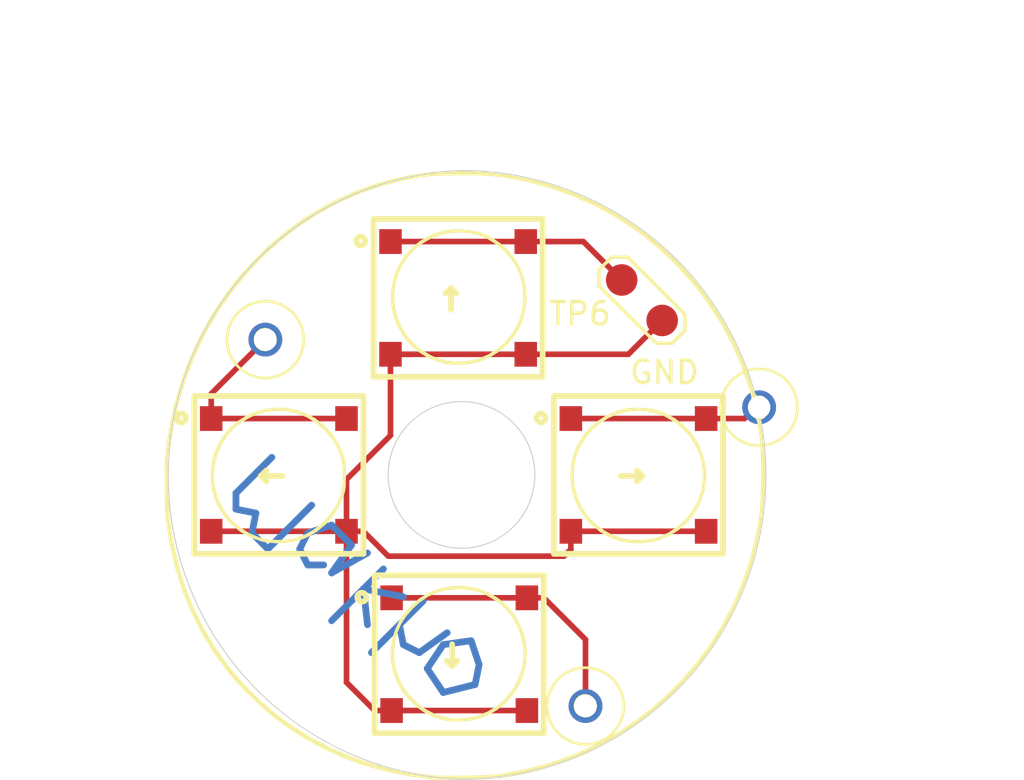
<source format=kicad_pcb>
(kicad_pcb (version 20171130) (host pcbnew "(5.1.5)-2")

  (general
    (thickness 1.6)
    (drawings 5)
    (tracks 36)
    (zones 0)
    (modules 10)
    (nets 1)
  )

  (page A4)
  (layers
    (0 F.Cu signal)
    (31 B.Cu signal)
    (32 B.Adhes user)
    (33 F.Adhes user)
    (34 B.Paste user)
    (35 F.Paste user)
    (36 B.SilkS user)
    (37 F.SilkS user)
    (38 B.Mask user)
    (39 F.Mask user)
    (40 Dwgs.User user)
    (41 Cmts.User user)
    (42 Eco1.User user)
    (43 Eco2.User user)
    (44 Edge.Cuts user)
    (45 Margin user)
    (46 B.CrtYd user)
    (47 F.CrtYd user)
    (48 B.Fab user)
    (49 F.Fab user)
  )

  (setup
    (last_trace_width 0.25)
    (trace_clearance 0.2)
    (zone_clearance 0.508)
    (zone_45_only no)
    (trace_min 0.2)
    (via_size 0.8)
    (via_drill 0.4)
    (via_min_size 0.4)
    (via_min_drill 0.3)
    (uvia_size 0.3)
    (uvia_drill 0.1)
    (uvias_allowed no)
    (uvia_min_size 0.2)
    (uvia_min_drill 0.1)
    (edge_width 0.05)
    (segment_width 0.2)
    (pcb_text_width 0.3)
    (pcb_text_size 1.5 1.5)
    (mod_edge_width 0.12)
    (mod_text_size 1 1)
    (mod_text_width 0.15)
    (pad_size 1.4 1.4)
    (pad_drill 0)
    (pad_to_mask_clearance 0.051)
    (solder_mask_min_width 0.25)
    (aux_axis_origin 0 0)
    (visible_elements 7FFFFFFF)
    (pcbplotparams
      (layerselection 0x010f0_ffffffff)
      (usegerberextensions true)
      (usegerberattributes false)
      (usegerberadvancedattributes false)
      (creategerberjobfile false)
      (excludeedgelayer true)
      (linewidth 0.150000)
      (plotframeref false)
      (viasonmask false)
      (mode 1)
      (useauxorigin false)
      (hpglpennumber 1)
      (hpglpenspeed 20)
      (hpglpendiameter 15.000000)
      (psnegative false)
      (psa4output false)
      (plotreference true)
      (plotvalue true)
      (plotinvisibletext false)
      (padsonsilk false)
      (subtractmaskfromsilk false)
      (outputformat 1)
      (mirror false)
      (drillshape 0)
      (scaleselection 1)
      (outputdirectory "gerbers/"))
  )

  (net 0 "")

  (net_class Default "This is the default net class."
    (clearance 0.2)
    (trace_width 0.25)
    (via_dia 0.8)
    (via_drill 0.4)
    (uvia_dia 0.3)
    (uvia_drill 0.1)
  )

  (module misc_footprints:makho (layer B.Cu) (tedit 5CEA0DD7) (tstamp 5E290EAE)
    (at 147.55 92.95 315)
    (fp_text reference REF** (at -3 -4 135) (layer B.SilkS) hide
      (effects (font (size 1 1) (thickness 0.15)) (justify mirror))
    )
    (fp_text value makho (at 0 3.25 135) (layer B.Fab)
      (effects (font (size 1 1) (thickness 0.15)) (justify mirror))
    )
    (fp_line (start 7 -0.5) (end 6.25 0.75) (layer B.Cu) (width 0.3))
    (fp_line (start 6.5 -1.25) (end 7 -0.5) (layer B.Cu) (width 0.3))
    (fp_line (start 5.5 -1.75) (end 6.5 -1.25) (layer B.Cu) (width 0.3))
    (fp_line (start 4.75 -0.75) (end 5.5 -1.75) (layer B.Cu) (width 0.3))
    (fp_line (start 5 0.5) (end 4.75 -0.75) (layer B.Cu) (width 0.3))
    (fp_line (start 6.25 0.75) (end 5 0.5) (layer B.Cu) (width 0.3))
    (fp_line (start 4.25 0.25) (end 4.5 -1.25) (layer B.Cu) (width 0.3))
    (fp_line (start 3.5 0.5) (end 4.25 0.25) (layer B.Cu) (width 0.3))
    (fp_line (start 2.75 0) (end 3.5 0.5) (layer B.Cu) (width 0.3))
    (fp_line (start 2.75 1.75) (end 2.75 -1.5) (layer B.Cu) (width 0.3))
    (fp_line (start 0.5 0) (end 2 -1) (layer B.Cu) (width 0.3))
    (fp_line (start 1.75 1) (end 0.5 0) (layer B.Cu) (width 0.3))
    (fp_line (start 0.5 2) (end 0.5 -1.25) (layer B.Cu) (width 0.3))
    (fp_line (start -1 0.5) (end -0.5 -1.25) (layer B.Cu) (width 0.3))
    (fp_line (start -1.25 -1) (end -1 0.5) (layer B.Cu) (width 0.3))
    (fp_line (start -2.5 -1) (end -1.25 -1) (layer B.Cu) (width 0.3))
    (fp_line (start -3 0) (end -2.5 -1) (layer B.Cu) (width 0.3))
    (fp_line (start -2.75 0.75) (end -3 0) (layer B.Cu) (width 0.3))
    (fp_line (start -2 1) (end -2.75 0.75) (layer B.Cu) (width 0.3))
    (fp_line (start -1.5 0.5) (end -2 1) (layer B.Cu) (width 0.3))
    (fp_line (start -3.75 1.75) (end -3.75 -1) (layer B.Cu) (width 0.3))
    (fp_line (start -4.75 1.75) (end -3.75 1.75) (layer B.Cu) (width 0.3))
    (fp_line (start -5.25 1) (end -4.75 1.75) (layer B.Cu) (width 0.3))
    (fp_line (start -6 1.5) (end -5.25 1) (layer B.Cu) (width 0.3))
    (fp_line (start -6.5 1) (end -6 1.5) (layer B.Cu) (width 0.3))
    (fp_line (start -6.5 -1.25) (end -6.5 1) (layer B.Cu) (width 0.3))
    (fp_line (start -7.5 -2.5) (end 7.5 -2.5) (layer Dwgs.User) (width 0.15))
    (fp_line (start 7.5 -2.5) (end 7.5 2.5) (layer Dwgs.User) (width 0.15))
    (fp_line (start -7.5 2.5) (end 7.5 2.5) (layer Dwgs.User) (width 0.15))
    (fp_line (start -7.5 2.5) (end -7.5 -2.5) (layer Dwgs.User) (width 0.15))
  )

  (module TestPoint:TestPoint_2Pads_Pitch2.54mm_Drill0.8mm (layer F.Cu) (tedit 5E290C39) (tstamp 5E2961D2)
    (at 161.15 81.4 135)
    (descr "Test point with 2 pins, pitch 2.54mm, drill diameter 0.8mm")
    (tags "CONN DEV")
    (attr virtual)
    (fp_text reference REF** (at 1.3 -2 135) (layer F.SilkS) hide
      (effects (font (size 1 1) (thickness 0.15)))
    )
    (fp_text value TestPoint_2Pads_Pitch2.54mm_Drill0.8mm (at 1.27 2 135) (layer F.Fab)
      (effects (font (size 1 1) (thickness 0.15)))
    )
    (fp_line (start -1.03 -0.4) (end -0.53 -0.9) (layer F.SilkS) (width 0.15))
    (fp_line (start -1.03 0.4) (end -1.03 -0.4) (layer F.SilkS) (width 0.15))
    (fp_line (start -0.53 0.9) (end -1.03 0.4) (layer F.SilkS) (width 0.15))
    (fp_line (start 3.07 0.9) (end -0.53 0.9) (layer F.SilkS) (width 0.15))
    (fp_line (start 3.57 0.4) (end 3.07 0.9) (layer F.SilkS) (width 0.15))
    (fp_line (start 3.57 -0.4) (end 3.57 0.4) (layer F.SilkS) (width 0.15))
    (fp_line (start 3.07 -0.9) (end 3.57 -0.4) (layer F.SilkS) (width 0.15))
    (fp_line (start -0.53 -0.9) (end 3.07 -0.9) (layer F.SilkS) (width 0.15))
    (fp_line (start -1.3 0.5) (end -0.65 1.15) (layer F.CrtYd) (width 0.05))
    (fp_line (start -1.3 -0.5) (end -1.3 0.5) (layer F.CrtYd) (width 0.05))
    (fp_line (start -0.65 -1.15) (end -1.3 -0.5) (layer F.CrtYd) (width 0.05))
    (fp_line (start 3.15 -1.15) (end -0.65 -1.15) (layer F.CrtYd) (width 0.05))
    (fp_line (start 3.8 -0.5) (end 3.15 -1.15) (layer F.CrtYd) (width 0.05))
    (fp_line (start 3.8 0.5) (end 3.8 -0.5) (layer F.CrtYd) (width 0.05))
    (fp_line (start 3.15 1.15) (end 3.8 0.5) (layer F.CrtYd) (width 0.05))
    (fp_line (start -0.65 1.15) (end 3.15 1.15) (layer F.CrtYd) (width 0.05))
    (fp_text user %R (at 1.3 -2 135) (layer F.Fab)
      (effects (font (size 1 1) (thickness 0.15)))
    )
    (pad 2 smd circle (at 2.54 0 135) (size 1.4 1.4) (layers F.Cu F.Paste F.Mask))
    (pad 1 smd circle (at 0 0 135) (size 1.4 1.4) (layers F.Cu F.Paste F.Mask))
  )

  (module misc_footprints:GBA_SP_Buttons (layer F.Cu) (tedit 5E290997) (tstamp 5E295FC3)
    (at 152.15 96.2)
    (descr SKRR)
    (tags Switch)
    (attr smd)
    (fp_text reference ↓ (at -0.315 -0.046) (layer F.SilkS)
      (effects (font (size 1.27 1.27) (thickness 0.254)))
    )
    (fp_text value GBA_SP_Buttons (at -0.315 -0.046) (layer F.SilkS) hide
      (effects (font (size 1.27 1.27) (thickness 0.254)))
    )
    (fp_circle (center -4.321 -2.524) (end -4.321 -2.45095) (layer F.SilkS) (width 0.254))
    (fp_line (start 3.75 -3.5) (end -3.75 -3.5) (layer F.SilkS) (width 0.254))
    (fp_line (start 3.75 3.5) (end 3.75 -3.5) (layer F.SilkS) (width 0.254))
    (fp_line (start -3.75 3.5) (end 3.75 3.5) (layer F.SilkS) (width 0.254))
    (fp_line (start -3.75 -3.5) (end -3.75 3.5) (layer F.SilkS) (width 0.254))
    (fp_line (start -3.75 3.5) (end -3.75 -3.5) (layer F.Fab) (width 0.254))
    (fp_line (start 3.75 3.5) (end -3.75 3.5) (layer F.Fab) (width 0.254))
    (fp_line (start 3.75 -3.5) (end 3.75 3.5) (layer F.Fab) (width 0.254))
    (fp_line (start -3.75 -3.5) (end 3.75 -3.5) (layer F.Fab) (width 0.254))
    (fp_text user %R (at -0.315 -0.046) (layer F.Fab)
      (effects (font (size 1.27 1.27) (thickness 0.254)))
    )
    (fp_text user SKRRAAE010 (at -0.075 4.4) (layer Dwgs.User)
      (effects (font (size 1 1) (thickness 0.15)))
    )
    (pad 4 smd rect (at 3 2.5) (size 1 1.1) (layers F.Cu F.Paste F.Mask))
    (pad 3 smd rect (at 3 -2.5) (size 1 1.1) (layers F.Cu F.Paste F.Mask))
    (pad 2 smd rect (at -3 2.5) (size 1 1.1) (layers F.Cu F.Paste F.Mask))
    (pad 1 smd rect (at -3 -2.5) (size 1 1.1) (layers F.Cu F.Paste F.Mask))
    (model "C:\\Users\\kylef\\OneDrive\\KiCAD\\Library Loader\\SamacSys_Parts.3dshapes\\SKRRAAE010.stp"
      (at (xyz 0 0 0))
      (scale (xyz 1 1 1))
      (rotate (xyz 0 0 0))
    )
  )

  (module misc_footprints:GBA_SP_Buttons (layer F.Cu) (tedit 5E290997) (tstamp 5E295FC3)
    (at 144.15 88.25)
    (descr SKRR)
    (tags Switch)
    (attr smd)
    (fp_text reference ← (at -0.315 -0.046) (layer F.SilkS)
      (effects (font (size 1.27 1.27) (thickness 0.254)))
    )
    (fp_text value GBA_SP_Buttons (at -0.315 -0.046) (layer F.SilkS) hide
      (effects (font (size 1.27 1.27) (thickness 0.254)))
    )
    (fp_circle (center -4.321 -2.524) (end -4.321 -2.45095) (layer F.SilkS) (width 0.254))
    (fp_line (start 3.75 -3.5) (end -3.75 -3.5) (layer F.SilkS) (width 0.254))
    (fp_line (start 3.75 3.5) (end 3.75 -3.5) (layer F.SilkS) (width 0.254))
    (fp_line (start -3.75 3.5) (end 3.75 3.5) (layer F.SilkS) (width 0.254))
    (fp_line (start -3.75 -3.5) (end -3.75 3.5) (layer F.SilkS) (width 0.254))
    (fp_line (start -3.75 3.5) (end -3.75 -3.5) (layer F.Fab) (width 0.254))
    (fp_line (start 3.75 3.5) (end -3.75 3.5) (layer F.Fab) (width 0.254))
    (fp_line (start 3.75 -3.5) (end 3.75 3.5) (layer F.Fab) (width 0.254))
    (fp_line (start -3.75 -3.5) (end 3.75 -3.5) (layer F.Fab) (width 0.254))
    (fp_text user %R (at -0.315 -0.046) (layer F.Fab)
      (effects (font (size 1.27 1.27) (thickness 0.254)))
    )
    (fp_text user SKRRAAE010 (at -0.075 4.4) (layer Dwgs.User)
      (effects (font (size 1 1) (thickness 0.15)))
    )
    (pad 4 smd rect (at 3 2.5) (size 1 1.1) (layers F.Cu F.Paste F.Mask))
    (pad 3 smd rect (at 3 -2.5) (size 1 1.1) (layers F.Cu F.Paste F.Mask))
    (pad 2 smd rect (at -3 2.5) (size 1 1.1) (layers F.Cu F.Paste F.Mask))
    (pad 1 smd rect (at -3 -2.5) (size 1 1.1) (layers F.Cu F.Paste F.Mask))
    (model "C:\\Users\\kylef\\OneDrive\\KiCAD\\Library Loader\\SamacSys_Parts.3dshapes\\SKRRAAE010.stp"
      (at (xyz 0 0 0))
      (scale (xyz 1 1 1))
      (rotate (xyz 0 0 0))
    )
  )

  (module misc_footprints:GBA_SP_Buttons (layer F.Cu) (tedit 5E290997) (tstamp 5E295FC3)
    (at 160.1 88.25)
    (descr SKRR)
    (tags Switch)
    (attr smd)
    (fp_text reference → (at -0.315 -0.046) (layer F.SilkS)
      (effects (font (size 1.27 1.27) (thickness 0.254)))
    )
    (fp_text value GBA_SP_Buttons (at -0.315 -0.046) (layer F.SilkS) hide
      (effects (font (size 1.27 1.27) (thickness 0.254)))
    )
    (fp_circle (center -4.321 -2.524) (end -4.321 -2.45095) (layer F.SilkS) (width 0.254))
    (fp_line (start 3.75 -3.5) (end -3.75 -3.5) (layer F.SilkS) (width 0.254))
    (fp_line (start 3.75 3.5) (end 3.75 -3.5) (layer F.SilkS) (width 0.254))
    (fp_line (start -3.75 3.5) (end 3.75 3.5) (layer F.SilkS) (width 0.254))
    (fp_line (start -3.75 -3.5) (end -3.75 3.5) (layer F.SilkS) (width 0.254))
    (fp_line (start -3.75 3.5) (end -3.75 -3.5) (layer F.Fab) (width 0.254))
    (fp_line (start 3.75 3.5) (end -3.75 3.5) (layer F.Fab) (width 0.254))
    (fp_line (start 3.75 -3.5) (end 3.75 3.5) (layer F.Fab) (width 0.254))
    (fp_line (start -3.75 -3.5) (end 3.75 -3.5) (layer F.Fab) (width 0.254))
    (fp_text user %R (at -0.315 -0.046) (layer F.Fab)
      (effects (font (size 1.27 1.27) (thickness 0.254)))
    )
    (fp_text user SKRRAAE010 (at -0.075 4.4) (layer Dwgs.User)
      (effects (font (size 1 1) (thickness 0.15)))
    )
    (pad 4 smd rect (at 3 2.5) (size 1 1.1) (layers F.Cu F.Paste F.Mask))
    (pad 3 smd rect (at 3 -2.5) (size 1 1.1) (layers F.Cu F.Paste F.Mask))
    (pad 2 smd rect (at -3 2.5) (size 1 1.1) (layers F.Cu F.Paste F.Mask))
    (pad 1 smd rect (at -3 -2.5) (size 1 1.1) (layers F.Cu F.Paste F.Mask))
    (model "C:\\Users\\kylef\\OneDrive\\KiCAD\\Library Loader\\SamacSys_Parts.3dshapes\\SKRRAAE010.stp"
      (at (xyz 0 0 0))
      (scale (xyz 1 1 1))
      (rotate (xyz 0 0 0))
    )
  )

  (module misc_footprints:GBA_SP_Buttons (layer F.Cu) (tedit 5E290997) (tstamp 5E295F76)
    (at 152.1 80.4)
    (descr SKRR)
    (tags Switch)
    (attr smd)
    (fp_text reference ↑ (at -0.315 -0.046) (layer F.SilkS)
      (effects (font (size 1.27 1.27) (thickness 0.254)))
    )
    (fp_text value GBA_SP_Buttons (at -0.315 -0.046) (layer F.SilkS) hide
      (effects (font (size 1.27 1.27) (thickness 0.254)))
    )
    (fp_text user SKRRAAE010 (at -0.075 4.4) (layer Dwgs.User)
      (effects (font (size 1 1) (thickness 0.15)))
    )
    (fp_text user %R (at -0.315 -0.046) (layer F.Fab)
      (effects (font (size 1.27 1.27) (thickness 0.254)))
    )
    (fp_line (start -3.75 -3.5) (end 3.75 -3.5) (layer F.Fab) (width 0.254))
    (fp_line (start 3.75 -3.5) (end 3.75 3.5) (layer F.Fab) (width 0.254))
    (fp_line (start 3.75 3.5) (end -3.75 3.5) (layer F.Fab) (width 0.254))
    (fp_line (start -3.75 3.5) (end -3.75 -3.5) (layer F.Fab) (width 0.254))
    (fp_line (start -3.75 -3.5) (end -3.75 3.5) (layer F.SilkS) (width 0.254))
    (fp_line (start -3.75 3.5) (end 3.75 3.5) (layer F.SilkS) (width 0.254))
    (fp_line (start 3.75 3.5) (end 3.75 -3.5) (layer F.SilkS) (width 0.254))
    (fp_line (start 3.75 -3.5) (end -3.75 -3.5) (layer F.SilkS) (width 0.254))
    (fp_circle (center -4.321 -2.524) (end -4.321 -2.45095) (layer F.SilkS) (width 0.254))
    (pad 1 smd rect (at -3 -2.5) (size 1 1.1) (layers F.Cu F.Paste F.Mask))
    (pad 2 smd rect (at -3 2.5) (size 1 1.1) (layers F.Cu F.Paste F.Mask))
    (pad 3 smd rect (at 3 -2.5) (size 1 1.1) (layers F.Cu F.Paste F.Mask))
    (pad 4 smd rect (at 3 2.5) (size 1 1.1) (layers F.Cu F.Paste F.Mask))
    (model "C:\\Users\\kylef\\OneDrive\\KiCAD\\Library Loader\\SamacSys_Parts.3dshapes\\SKRRAAE010.stp"
      (at (xyz 0 0 0))
      (scale (xyz 1 1 1))
      (rotate (xyz 0 0 0))
    )
  )

  (module TestPoint:TestPoint_Plated_Hole_D2.0mm (layer F.Cu) (tedit 5E2903BC) (tstamp 5E295A36)
    (at 165.45 85.25)
    (descr "Plated Hole as test Point, diameter 2.0mm")
    (tags "test point plated hole")
    (attr virtual)
    (fp_text reference REF** (at 0 -2.498) (layer F.SilkS) hide
      (effects (font (size 1 1) (thickness 0.15)))
    )
    (fp_text value TestPoint_Plated_Hole_D2.0mm (at 0 2.45) (layer F.Fab)
      (effects (font (size 1 1) (thickness 0.15)))
    )
    (fp_text user %R (at 0 -2.5) (layer F.Fab)
      (effects (font (size 1 1) (thickness 0.15)))
    )
    (fp_circle (center 0 0) (end 1.8 0) (layer F.CrtYd) (width 0.05))
    (fp_circle (center 0 0) (end 0 -1.7) (layer F.SilkS) (width 0.12))
    (pad 1 thru_hole circle (at 0 0) (size 1.5 1.5) (drill 1) (layers *.Cu *.Mask))
  )

  (module TestPoint:TestPoint_Plated_Hole_D2.0mm (layer F.Cu) (tedit 5E2903BC) (tstamp 5E295A36)
    (at 157.75 98.5)
    (descr "Plated Hole as test Point, diameter 2.0mm")
    (tags "test point plated hole")
    (attr virtual)
    (fp_text reference REF** (at 0 -2.498) (layer F.SilkS) hide
      (effects (font (size 1 1) (thickness 0.15)))
    )
    (fp_text value TestPoint_Plated_Hole_D2.0mm (at 0 2.45) (layer F.Fab)
      (effects (font (size 1 1) (thickness 0.15)))
    )
    (fp_text user %R (at 0 -2.5) (layer F.Fab)
      (effects (font (size 1 1) (thickness 0.15)))
    )
    (fp_circle (center 0 0) (end 1.8 0) (layer F.CrtYd) (width 0.05))
    (fp_circle (center 0 0) (end 0 -1.7) (layer F.SilkS) (width 0.12))
    (pad 1 thru_hole circle (at 0 0) (size 1.5 1.5) (drill 1) (layers *.Cu *.Mask))
  )

  (module TestPoint:TestPoint_Plated_Hole_D2.0mm (layer F.Cu) (tedit 5E2903BC) (tstamp 5E295A08)
    (at 143.55 82.25)
    (descr "Plated Hole as test Point, diameter 2.0mm")
    (tags "test point plated hole")
    (attr virtual)
    (fp_text reference REF** (at 0 -2.498) (layer F.SilkS) hide
      (effects (font (size 1 1) (thickness 0.15)))
    )
    (fp_text value TestPoint_Plated_Hole_D2.0mm (at 0 2.45) (layer F.Fab)
      (effects (font (size 1 1) (thickness 0.15)))
    )
    (fp_circle (center 0 0) (end 0 -1.7) (layer F.SilkS) (width 0.12))
    (fp_circle (center 0 0) (end 1.8 0) (layer F.CrtYd) (width 0.05))
    (fp_text user %R (at 0 -2.5) (layer F.Fab)
      (effects (font (size 1 1) (thickness 0.15)))
    )
    (pad 1 thru_hole circle (at 0 0) (size 1.5 1.5) (drill 1) (layers *.Cu *.Mask))
  )

  (module misc_footprints:AGB_TACT_DPAD (layer F.Cu) (tedit 5E29028F) (tstamp 5E2958E6)
    (at 152.225 88.275)
    (fp_text reference Ref** (at -16.3 -6.075) (layer F.SilkS) hide
      (effects (font (size 1.27 1.27) (thickness 0.15)))
    )
    (fp_text value Val** (at 10.475 -12.575) (layer F.SilkS) hide
      (effects (font (size 1.27 1.27) (thickness 0.15)))
    )
    (fp_poly (pts (xy 0.433017 -13.500976) (xy 0.814067 -13.491704) (xy 1.147267 -13.474966) (xy 1.318431 -13.460939)
      (xy 2.383345 -13.313615) (xy 3.42468 -13.085352) (xy 4.43982 -12.777241) (xy 5.426149 -12.390373)
      (xy 6.381049 -11.925839) (xy 7.301904 -11.384731) (xy 8.186097 -10.76814) (xy 8.647049 -10.404465)
      (xy 8.855264 -10.223854) (xy 9.103201 -9.993896) (xy 9.375842 -9.729837) (xy 9.658168 -9.446919)
      (xy 9.935161 -9.160388) (xy 10.191802 -8.885488) (xy 10.413074 -8.637464) (xy 10.556116 -8.466667)
      (xy 10.760375 -8.199633) (xy 10.989538 -7.878956) (xy 11.229437 -7.526103) (xy 11.465904 -7.162544)
      (xy 11.684769 -6.809745) (xy 11.871864 -6.489175) (xy 11.925509 -6.391733) (xy 12.278169 -5.682316)
      (xy 12.599543 -4.915658) (xy 12.851308 -4.212167) (xy 12.934417 -3.964477) (xy 12.996833 -3.786111)
      (xy 13.044168 -3.665915) (xy 13.082032 -3.592738) (xy 13.116038 -3.555424) (xy 13.151796 -3.542823)
      (xy 13.187868 -3.543218) (xy 13.338883 -3.532486) (xy 13.45038 -3.482075) (xy 13.5027 -3.401929)
      (xy 13.504333 -3.383185) (xy 13.489124 -3.318924) (xy 13.432672 -3.322456) (xy 13.43025 -3.323441)
      (xy 13.290012 -3.372024) (xy 13.201516 -3.374027) (xy 13.158991 -3.321355) (xy 13.156669 -3.205914)
      (xy 13.18878 -3.01961) (xy 13.194535 -2.992744) (xy 13.23459 -2.820989) (xy 13.269617 -2.72032)
      (xy 13.309521 -2.678484) (xy 13.364208 -2.683229) (xy 13.42245 -2.710823) (xy 13.483287 -2.731574)
      (xy 13.50318 -2.689401) (xy 13.504333 -2.651912) (xy 13.477534 -2.563689) (xy 13.396095 -2.522013)
      (xy 13.31686 -2.482679) (xy 13.309663 -2.422173) (xy 13.324207 -2.353374) (xy 13.347596 -2.220105)
      (xy 13.376577 -2.041696) (xy 13.407303 -1.8415) (xy 13.438532 -1.567744) (xy 13.462298 -1.22639)
      (xy 13.478675 -0.834171) (xy 13.487741 -0.407821) (xy 13.48957 0.03593) (xy 13.48424 0.480347)
      (xy 13.471826 0.908698) (xy 13.452404 1.304251) (xy 13.42605 1.650272) (xy 13.392841 1.93003)
      (xy 13.390077 1.947865) (xy 13.192505 2.972137) (xy 12.929931 3.962943) (xy 12.605184 4.911539)
      (xy 12.221096 5.809182) (xy 11.992295 6.265333) (xy 11.450963 7.199659) (xy 10.844935 8.081703)
      (xy 10.177177 8.908662) (xy 9.450654 9.677733) (xy 8.668332 10.386112) (xy 7.833177 11.030996)
      (xy 6.948154 11.609582) (xy 6.016229 12.119066) (xy 5.580876 12.325712) (xy 5.217619 12.48024)
      (xy 4.802456 12.640064) (xy 4.359748 12.796968) (xy 3.913858 12.942734) (xy 3.489148 13.069144)
      (xy 3.109982 13.167981) (xy 3.028167 13.186752) (xy 2.651468 13.267526) (xy 2.315413 13.332079)
      (xy 2.001976 13.38228) (xy 1.693131 13.419997) (xy 1.370855 13.4471) (xy 1.017121 13.465458)
      (xy 0.613904 13.476939) (xy 0.169333 13.483173) (xy -0.156359 13.485591) (xy -0.462084 13.486646)
      (xy -0.735437 13.486391) (xy -0.964015 13.484877) (xy -1.135411 13.482154) (xy -1.237222 13.478275)
      (xy -1.248833 13.477294) (xy -2.326888 13.331268) (xy -3.351789 13.122045) (xy -4.328947 12.847569)
      (xy -5.263772 12.505787) (xy -6.161675 12.094647) (xy -7.028067 11.612094) (xy -7.868358 11.056074)
      (xy -8.126529 10.866869) (xy -8.437938 10.619256) (xy -8.780785 10.322474) (xy -9.138132 9.992997)
      (xy -9.49304 9.647299) (xy -9.828572 9.301853) (xy -10.12779 8.973132) (xy -10.361534 8.693183)
      (xy -10.971019 7.853319) (xy -11.506289 6.974631) (xy -11.967757 6.056101) (xy -12.355832 5.09671)
      (xy -12.670925 4.09544) (xy -12.913446 3.051273) (xy -13.083806 1.963189) (xy -13.088244 1.926167)
      (xy -13.10854 1.696349) (xy -13.124041 1.400971) (xy -13.134745 1.057802) (xy -13.140651 0.684612)
      (xy -13.14155 0.370949) (xy -12.970893 0.370949) (xy -12.966713 0.787496) (xy -12.955879 1.190826)
      (xy -12.938529 1.561424) (xy -12.914802 1.879778) (xy -12.896198 2.048149) (xy -12.726353 3.087635)
      (xy -12.495064 4.073086) (xy -12.199392 5.01167) (xy -11.836397 5.910553) (xy -11.403141 6.776903)
      (xy -10.896683 7.617885) (xy -10.314085 8.440668) (xy -10.229424 8.550762) (xy -10.039198 8.782316)
      (xy -9.802012 9.050172) (xy -9.533888 9.337922) (xy -9.250854 9.629154) (xy -8.968933 9.907458)
      (xy -8.704152 10.156424) (xy -8.472534 10.359641) (xy -8.424333 10.39924) (xy -7.569084 11.038297)
      (xy -6.681433 11.599141) (xy -5.761051 12.081914) (xy -4.807605 12.486761) (xy -3.820765 12.813824)
      (xy -2.800201 13.063248) (xy -1.956752 13.207332) (xy -1.712624 13.241126) (xy -1.510085 13.267725)
      (xy -1.334179 13.287872) (xy -1.169951 13.302314) (xy -1.002445 13.311797) (xy -0.816707 13.317066)
      (xy -0.59778 13.318867) (xy -0.330711 13.317945) (xy -0.000544 13.315045) (xy 0.169333 13.313328)
      (xy 0.569239 13.307812) (xy 0.899713 13.299664) (xy 1.17597 13.288014) (xy 1.413227 13.271993)
      (xy 1.626698 13.250731) (xy 1.831601 13.223359) (xy 1.883833 13.215371) (xy 2.967022 13.006091)
      (xy 4.007641 12.723647) (xy 5.006022 12.367868) (xy 5.962498 11.93858) (xy 6.877401 11.435612)
      (xy 7.751065 10.858793) (xy 8.58382 10.207949) (xy 9.376001 9.482908) (xy 9.665725 9.188672)
      (xy 10.368191 8.394757) (xy 10.999893 7.554822) (xy 11.560024 6.670534) (xy 12.047779 5.743561)
      (xy 12.462351 4.775571) (xy 12.802934 3.768232) (xy 13.068723 2.723212) (xy 13.23634 1.799167)
      (xy 13.261105 1.579781) (xy 13.281457 1.293453) (xy 13.29729 0.955964) (xy 13.308501 0.583095)
      (xy 13.314984 0.190627) (xy 13.316634 -0.205658) (xy 13.313347 -0.589978) (xy 13.305018 -0.946553)
      (xy 13.291541 -1.2596) (xy 13.272813 -1.513339) (xy 13.259115 -1.629833) (xy 13.216407 -1.924116)
      (xy 13.182258 -2.145786) (xy 13.153578 -2.306092) (xy 13.127279 -2.416284) (xy 13.10027 -2.48761)
      (xy 13.069463 -2.53132) (xy 13.031769 -2.558663) (xy 12.999818 -2.574005) (xy 12.874326 -2.671948)
      (xy 12.789251 -2.821207) (xy 12.749745 -2.996122) (xy 12.751517 -3.023761) (xy 12.911667 -3.023761)
      (xy 12.928868 -2.925225) (xy 12.9699 -2.826708) (xy 13.018901 -2.761444) (xy 13.041516 -2.751667)
      (xy 13.047977 -2.788827) (xy 13.037481 -2.883964) (xy 13.023458 -2.960965) (xy 12.988466 -3.084986)
      (xy 12.952799 -3.141984) (xy 12.924542 -3.127418) (xy 12.911779 -3.036747) (xy 12.911667 -3.023761)
      (xy 12.751517 -3.023761) (xy 12.760962 -3.171035) (xy 12.828055 -3.320287) (xy 12.845667 -3.341571)
      (xy 12.8726 -3.379147) (xy 12.883875 -3.426978) (xy 12.877274 -3.500504) (xy 12.850576 -3.615164)
      (xy 12.801564 -3.786399) (xy 12.763602 -3.912561) (xy 12.427438 -4.877294) (xy 12.013156 -5.816577)
      (xy 11.525017 -6.7245) (xy 10.967285 -7.595154) (xy 10.344222 -8.422629) (xy 9.660089 -9.201017)
      (xy 8.91915 -9.924408) (xy 8.125666 -10.586893) (xy 7.747 -10.867555) (xy 6.858067 -11.45007)
      (xy 5.931658 -11.956722) (xy 4.968377 -12.387269) (xy 3.968829 -12.741469) (xy 2.933616 -13.019078)
      (xy 1.905 -13.21358) (xy 1.696452 -13.24389) (xy 1.506881 -13.267471) (xy 1.320892 -13.285139)
      (xy 1.123088 -13.297711) (xy 0.898073 -13.306) (xy 0.63045 -13.310823) (xy 0.304822 -13.312996)
      (xy 0.021167 -13.313378) (xy -0.412181 -13.311688) (xy -0.778412 -13.305518) (xy -1.095029 -13.293206)
      (xy -1.379535 -13.273087) (xy -1.649432 -13.243501) (xy -1.922223 -13.202782) (xy -2.215412 -13.14927)
      (xy -2.5465 -13.081301) (xy -2.645833 -13.060002) (xy -3.609596 -12.809077) (xy -4.548287 -12.479178)
      (xy -5.458093 -12.073286) (xy -6.3352 -11.594382) (xy -7.175797 -11.045448) (xy -7.97607 -10.429463)
      (xy -8.732205 -9.74941) (xy -9.44039 -9.008267) (xy -10.096811 -8.209018) (xy -10.697656 -7.354641)
      (xy -11.239111 -6.448119) (xy -11.337552 -6.265333) (xy -11.80013 -5.300926) (xy -12.189846 -4.293638)
      (xy -12.506551 -3.24397) (xy -12.750093 -2.152419) (xy -12.918266 -1.037167) (xy -12.942103 -0.762876)
      (xy -12.958727 -0.423751) (xy -12.968277 -0.039305) (xy -12.970893 0.370949) (xy -13.14155 0.370949)
      (xy -13.141756 0.299171) (xy -13.138061 -0.080753) (xy -13.129562 -0.437388) (xy -13.116258 -0.752966)
      (xy -13.098149 -1.009716) (xy -13.088512 -1.100667) (xy -12.936626 -2.112734) (xy -12.734337 -3.070358)
      (xy -12.724231 -3.1115) (xy -12.42911 -4.139694) (xy -12.061286 -5.135948) (xy -11.624012 -6.096122)
      (xy -11.120542 -7.016076) (xy -10.554133 -7.891672) (xy -9.928037 -8.71877) (xy -9.245509 -9.493231)
      (xy -8.509804 -10.210914) (xy -7.724177 -10.867682) (xy -6.891882 -11.459394) (xy -6.016172 -11.981911)
      (xy -5.568038 -12.213482) (xy -4.716745 -12.598875) (xy -3.877089 -12.910733) (xy -3.0304 -13.15458)
      (xy -2.158008 -13.335936) (xy -1.418426 -13.440967) (xy -1.128793 -13.466615) (xy -0.776788 -13.485601)
      (xy -0.384455 -13.497764) (xy 0.026161 -13.502942) (xy 0.433017 -13.500976)) (layer F.SilkS) (width 0.01))
    (fp_poly (pts (xy 0.380703 4.926149) (xy 0.833106 5.034192) (xy 1.267528 5.212421) (xy 1.675298 5.46042)
      (xy 2.047749 5.777771) (xy 2.241445 5.990167) (xy 2.391593 6.20035) (xy 2.542773 6.462863)
      (xy 2.680708 6.748281) (xy 2.791121 7.027182) (xy 2.857697 7.260167) (xy 2.889859 7.461901)
      (xy 2.912487 7.694468) (xy 2.920265 7.886368) (xy 2.880975 8.390318) (xy 2.764133 8.868534)
      (xy 2.574718 9.314172) (xy 2.31771 9.720391) (xy 1.998088 10.080348) (xy 1.620831 10.3872)
      (xy 1.19092 10.634106) (xy 0.811388 10.784206) (xy 0.54429 10.849155) (xy 0.230136 10.891939)
      (xy -0.100913 10.911044) (xy -0.418699 10.904956) (xy -0.693061 10.872163) (xy -0.740833 10.86209)
      (xy -1.217983 10.711508) (xy -1.651393 10.494589) (xy -2.036914 10.218833) (xy -2.370399 9.891741)
      (xy -2.647699 9.520811) (xy -2.864665 9.113543) (xy -3.017149 8.677439) (xy -3.101003 8.219997)
      (xy -3.105075 8.046708) (xy -2.957172 8.046708) (xy -2.94601 8.271433) (xy -2.915489 8.471734)
      (xy -2.902583 8.530167) (xy -2.759894 8.966346) (xy -2.547844 9.375658) (xy -2.275758 9.748814)
      (xy -1.952957 10.076523) (xy -1.588764 10.349494) (xy -1.192502 10.558439) (xy -0.773493 10.694067)
      (xy -0.719667 10.705465) (xy -0.573667 10.734974) (xy -0.451232 10.760467) (xy -0.402167 10.77117)
      (xy -0.265569 10.784161) (xy -0.071477 10.779405) (xy 0.155436 10.759562) (xy 0.390493 10.727295)
      (xy 0.609021 10.685264) (xy 0.755764 10.646271) (xy 1.20169 10.462123) (xy 1.610977 10.206292)
      (xy 1.97218 9.887343) (xy 2.27385 9.513846) (xy 2.278961 9.506231) (xy 2.524071 9.069527)
      (xy 2.687664 8.615814) (xy 2.768794 8.14888) (xy 2.766514 7.672518) (xy 2.757671 7.59012)
      (xy 2.656911 7.09437) (xy 2.482439 6.638578) (xy 2.237275 6.226914) (xy 1.924436 5.863546)
      (xy 1.546942 5.552642) (xy 1.107812 5.298371) (xy 1.093013 5.291329) (xy 0.723194 5.148799)
      (xy 0.337325 5.067603) (xy -0.086132 5.043837) (xy -0.247923 5.048399) (xy -0.707084 5.100135)
      (xy -1.119379 5.213518) (xy -1.498524 5.394695) (xy -1.858235 5.649812) (xy -2.115582 5.885418)
      (xy -2.425201 6.234988) (xy -2.657168 6.592413) (xy -2.818186 6.972801) (xy -2.914958 7.391262)
      (xy -2.950835 7.768167) (xy -2.957172 8.046708) (xy -3.105075 8.046708) (xy -3.112079 7.748718)
      (xy -3.046227 7.271101) (xy -2.936475 6.892538) (xy -2.745847 6.462695) (xy -2.497626 6.081923)
      (xy -2.225828 5.775172) (xy -1.847598 5.453334) (xy -1.435332 5.204186) (xy -0.997699 5.027311)
      (xy -0.54337 4.922291) (xy -0.081012 4.88871) (xy 0.380703 4.926149)) (layer F.SilkS) (width 0.01))
    (fp_poly (pts (xy 5.695461 9.733161) (xy 5.857884 9.836606) (xy 5.974396 9.985113) (xy 5.999678 10.045196)
      (xy 6.031283 10.25549) (xy 5.981346 10.444289) (xy 5.880347 10.580806) (xy 5.72372 10.689052)
      (xy 5.537691 10.723806) (xy 5.387071 10.706864) (xy 5.210982 10.636292) (xy 5.089556 10.518581)
      (xy 5.020813 10.369515) (xy 5.009965 10.270517) (xy 5.172549 10.270517) (xy 5.240337 10.406244)
      (xy 5.268576 10.437091) (xy 5.404106 10.522328) (xy 5.555186 10.539955) (xy 5.695197 10.489488)
      (xy 5.746286 10.44575) (xy 5.838013 10.298097) (xy 5.845767 10.147946) (xy 5.769665 10.002052)
      (xy 5.738091 9.967576) (xy 5.604148 9.879976) (xy 5.464121 9.876286) (xy 5.321873 9.956335)
      (xy 5.28841 9.98741) (xy 5.18863 10.129617) (xy 5.172549 10.270517) (xy 5.009965 10.270517)
      (xy 5.002771 10.20488) (xy 5.033448 10.040462) (xy 5.110861 9.892047) (xy 5.233031 9.77542)
      (xy 5.397974 9.706368) (xy 5.514188 9.694333) (xy 5.695461 9.733161)) (layer F.SilkS) (width 0.01))
    (fp_poly (pts (xy -7.764305 -2.994637) (xy -7.316419 -2.91407) (xy -6.882084 -2.763991) (xy -6.46998 -2.542762)
      (xy -6.088785 -2.248741) (xy -6.06507 -2.226872) (xy -5.714892 -1.850775) (xy -5.44296 -1.447051)
      (xy -5.245893 -1.010553) (xy -5.224027 -0.946356) (xy -5.173831 -0.786047) (xy -5.139514 -0.65032)
      (xy -5.118149 -0.515915) (xy -5.106807 -0.359572) (xy -5.10256 -0.15803) (xy -5.102239 0.021167)
      (xy -5.104156 0.267468) (xy -5.110779 0.451367) (xy -5.124964 0.595109) (xy -5.149567 0.720939)
      (xy -5.187446 0.851101) (xy -5.221773 0.952094) (xy -5.424633 1.40989) (xy -5.694385 1.825563)
      (xy -6.023096 2.191136) (xy -6.402832 2.498634) (xy -6.825658 2.74008) (xy -7.116183 2.856584)
      (xy -7.450838 2.94138) (xy -7.827711 2.989685) (xy -8.216191 3.00036) (xy -8.585664 2.972269)
      (xy -8.847667 2.920937) (xy -9.325927 2.751293) (xy -9.761075 2.511934) (xy -10.146773 2.20803)
      (xy -10.476683 1.844753) (xy -10.744464 1.427274) (xy -10.791128 1.335431) (xy -10.938316 0.991205)
      (xy -11.032357 0.66058) (xy -11.080655 0.310631) (xy -11.090328 0.029248) (xy -10.963183 0.029248)
      (xy -10.919031 0.499197) (xy -10.79438 0.960757) (xy -10.69855 1.192241) (xy -10.455867 1.616939)
      (xy -10.150497 1.991577) (xy -9.790903 2.309298) (xy -9.385547 2.563247) (xy -8.942891 2.746566)
      (xy -8.6995 2.811985) (xy -8.390945 2.854977) (xy -8.041621 2.862971) (xy -7.687156 2.837465)
      (xy -7.363177 2.779956) (xy -7.260167 2.751489) (xy -6.880604 2.605262) (xy -6.538989 2.409401)
      (xy -6.213118 2.150145) (xy -6.071111 2.014555) (xy -5.754259 1.655861) (xy -5.516785 1.288021)
      (xy -5.353467 0.898548) (xy -5.259081 0.474959) (xy -5.228407 0.004769) (xy -5.228404 0)
      (xy -5.258494 -0.470697) (xy -5.352244 -0.894673) (xy -5.514877 -1.284413) (xy -5.751616 -1.652402)
      (xy -6.067684 -2.011125) (xy -6.071111 -2.014556) (xy -6.44362 -2.338526) (xy -6.836317 -2.582554)
      (xy -7.257689 -2.750554) (xy -7.716225 -2.846438) (xy -7.917822 -2.865874) (xy -8.379266 -2.856045)
      (xy -8.835864 -2.76905) (xy -9.274615 -2.610757) (xy -9.682521 -2.387035) (xy -10.04658 -2.103751)
      (xy -10.353793 -1.766774) (xy -10.354401 -1.765972) (xy -10.622445 -1.3467) (xy -10.81391 -0.902124)
      (xy -10.927816 -0.440667) (xy -10.963183 0.029248) (xy -11.090328 0.029248) (xy -11.091334 0)
      (xy -11.073669 -0.389126) (xy -11.015653 -0.733963) (xy -10.909757 -1.068269) (xy -10.793852 -1.3335)
      (xy -10.549974 -1.750002) (xy -10.250221 -2.110109) (xy -9.903271 -2.412181) (xy -9.517802 -2.654579)
      (xy -9.102492 -2.835663) (xy -8.666021 -2.953794) (xy -8.217065 -3.007332) (xy -7.764305 -2.994637)) (layer F.SilkS) (width 0.01))
    (fp_poly (pts (xy 8.148986 -2.993123) (xy 8.476832 -2.951352) (xy 8.609616 -2.922335) (xy 9.062375 -2.765241)
      (xy 9.485743 -2.537189) (xy 9.868508 -2.24723) (xy 10.199457 -1.904414) (xy 10.467376 -1.517791)
      (xy 10.554527 -1.352606) (xy 10.746832 -0.865503) (xy 10.854491 -0.377241) (xy 10.877501 0.111525)
      (xy 10.815865 0.600143) (xy 10.669581 1.087957) (xy 10.554527 1.352605) (xy 10.315011 1.754243)
      (xy 10.007973 2.1157) (xy 9.644625 2.427926) (xy 9.23618 2.68187) (xy 8.793852 2.868484)
      (xy 8.609616 2.922334) (xy 8.295573 2.978839) (xy 7.942455 3.003372) (xy 7.583444 2.995942)
      (xy 7.251726 2.956556) (xy 7.095514 2.921973) (xy 6.620136 2.752131) (xy 6.190152 2.514661)
      (xy 5.810779 2.216368) (xy 5.487236 1.86406) (xy 5.224739 1.46454) (xy 5.028507 1.024615)
      (xy 4.903757 0.55109) (xy 4.855706 0.05077) (xy 4.85532 0) (xy 4.995333 0)
      (xy 5.035939 0.48825) (xy 5.154881 0.951481) (xy 5.347844 1.383043) (xy 5.610515 1.776286)
      (xy 5.938579 2.12456) (xy 6.327721 2.421214) (xy 6.698716 2.625679) (xy 7.119536 2.77753)
      (xy 7.570287 2.857911) (xy 8.03423 2.865993) (xy 8.494629 2.800948) (xy 8.758817 2.727605)
      (xy 9.190899 2.540849) (xy 9.590324 2.28342) (xy 9.944599 1.965944) (xy 10.241225 1.599045)
      (xy 10.401531 1.330789) (xy 10.555627 0.998825) (xy 10.655504 0.688743) (xy 10.70938 0.366783)
      (xy 10.725472 0) (xy 10.709311 -0.367472) (xy 10.655351 -0.689374) (xy 10.555372 -0.999466)
      (xy 10.401531 -1.330789) (xy 10.150578 -1.724802) (xy 9.833678 -2.076495) (xy 9.463429 -2.37516)
      (xy 9.052429 -2.61009) (xy 8.758817 -2.727073) (xy 8.292616 -2.840038) (xy 7.830729 -2.873474)
      (xy 7.380188 -2.832473) (xy 6.94802 -2.722131) (xy 6.541256 -2.54754) (xy 6.166925 -2.313793)
      (xy 5.832057 -2.025986) (xy 5.54368 -1.689211) (xy 5.308825 -1.308561) (xy 5.13452 -0.889131)
      (xy 5.027796 -0.436015) (xy 4.995333 0) (xy 4.85532 0) (xy 4.887339 -0.477713)
      (xy 4.986542 -0.918757) (xy 5.158171 -1.339229) (xy 5.407471 -1.755227) (xy 5.444035 -1.807265)
      (xy 5.713025 -2.120184) (xy 6.04602 -2.404145) (xy 6.423957 -2.646563) (xy 6.827772 -2.834852)
      (xy 7.157038 -2.93815) (xy 7.454709 -2.986896) (xy 7.796818 -3.005096) (xy 8.148986 -2.993123)) (layer F.SilkS) (width 0.01))
    (fp_poly (pts (xy 0.355388 -10.889971) (xy 0.726772 -10.817631) (xy 0.893985 -10.766906) (xy 1.339809 -10.568229)
      (xy 1.747797 -10.300232) (xy 2.107576 -9.972103) (xy 2.408772 -9.593032) (xy 2.604244 -9.251706)
      (xy 2.793097 -8.769501) (xy 2.897584 -8.28241) (xy 2.91771 -7.79259) (xy 2.853484 -7.302196)
      (xy 2.704912 -6.813384) (xy 2.59586 -6.563728) (xy 2.356345 -6.16209) (xy 2.049306 -5.800634)
      (xy 1.685958 -5.488408) (xy 1.277513 -5.234463) (xy 0.835185 -5.047849) (xy 0.650949 -4.993999)
      (xy 0.431827 -4.95347) (xy 0.161714 -4.926252) (xy -0.12656 -4.913731) (xy -0.400161 -4.917291)
      (xy -0.62626 -4.938319) (xy -0.635 -4.939732) (xy -0.729903 -4.961361) (xy -0.872668 -5.000414)
      (xy -1.016 -5.0434) (xy -1.474551 -5.229487) (xy -1.88707 -5.482557) (xy -2.248322 -5.795405)
      (xy -2.553071 -6.160824) (xy -2.796078 -6.571606) (xy -2.97211 -7.020546) (xy -3.075928 -7.500437)
      (xy -3.103503 -7.916333) (xy -3.103503 -7.916334) (xy -2.963333 -7.916334) (xy -2.922713 -7.435917)
      (xy -2.804878 -6.978394) (xy -2.615868 -6.551262) (xy -2.361722 -6.162013) (xy -2.048481 -5.818143)
      (xy -1.682184 -5.527145) (xy -1.26887 -5.296515) (xy -0.81458 -5.133747) (xy -0.69783 -5.105099)
      (xy -0.32467 -5.054337) (xy 0.080411 -5.055709) (xy 0.484122 -5.107351) (xy 0.800151 -5.188986)
      (xy 1.23188 -5.375347) (xy 1.631145 -5.632515) (xy 1.985399 -5.949826) (xy 2.282099 -6.316614)
      (xy 2.442865 -6.585545) (xy 2.596961 -6.917509) (xy 2.696837 -7.22759) (xy 2.750713 -7.54955)
      (xy 2.766805 -7.916333) (xy 2.732243 -8.401434) (xy 2.62633 -8.845366) (xy 2.445729 -9.256148)
      (xy 2.187105 -9.6418) (xy 1.928501 -9.930889) (xy 1.5628 -10.25152) (xy 1.179594 -10.492625)
      (xy 0.768068 -10.65908) (xy 0.31741 -10.75576) (xy 0.042333 -10.781327) (xy -0.435822 -10.767448)
      (xy -0.892219 -10.676591) (xy -1.320216 -10.515088) (xy -1.713174 -10.289267) (xy -2.064453 -10.005457)
      (xy -2.367413 -9.669988) (xy -2.615412 -9.28919) (xy -2.801812 -8.869391) (xy -2.919973 -8.416921)
      (xy -2.963253 -7.938109) (xy -2.963333 -7.916334) (xy -3.103503 -7.916334) (xy -3.063148 -8.417609)
      (xy -2.945693 -8.893074) (xy -2.756555 -9.335882) (xy -2.501149 -9.73919) (xy -2.184891 -10.096151)
      (xy -1.813196 -10.39992) (xy -1.39148 -10.643652) (xy -0.925159 -10.820503) (xy -0.774399 -10.8602)
      (xy -0.426975 -10.913032) (xy -0.039787 -10.922363) (xy 0.355388 -10.889971)) (layer F.SilkS) (width 0.01))
    (fp_poly (pts (xy -8.515954 -6.513402) (xy -8.334871 -6.40037) (xy -8.332356 -6.398133) (xy -8.245114 -6.301117)
      (xy -8.199201 -6.187736) (xy -8.181132 -6.066493) (xy -8.173956 -5.931176) (xy -8.193963 -5.839274)
      (xy -8.254338 -5.750701) (xy -8.303013 -5.695978) (xy -8.47212 -5.564897) (xy -8.660533 -5.513161)
      (xy -8.857352 -5.542949) (xy -8.923948 -5.571882) (xy -9.070625 -5.688469) (xy -9.158285 -5.845551)
      (xy -9.18747 -6.023447) (xy -9.18702 -6.026255) (xy -9.017 -6.026255) (xy -8.982507 -5.864535)
      (xy -8.891118 -5.74734) (xy -8.760967 -5.686191) (xy -8.610189 -5.692608) (xy -8.537967 -5.721915)
      (xy -8.403714 -5.831928) (xy -8.341035 -5.969489) (xy -8.352139 -6.116393) (xy -8.439233 -6.254434)
      (xy -8.469915 -6.282737) (xy -8.587993 -6.366086) (xy -8.689032 -6.386653) (xy -8.807536 -6.348829)
      (xy -8.844639 -6.330399) (xy -8.957473 -6.246137) (xy -9.009091 -6.129103) (xy -9.017 -6.026255)
      (xy -9.18702 -6.026255) (xy -9.158724 -6.202476) (xy -9.072588 -6.362957) (xy -8.929605 -6.485211)
      (xy -8.898328 -6.501422) (xy -8.708127 -6.547881) (xy -8.515954 -6.513402)) (layer F.SilkS) (width 0.01))
  )

  (gr_circle (center 152.25 88.25) (end 155.5 88.35) (layer Edge.Cuts) (width 0.05))
  (gr_text GND (at 161.25 83.7) (layer F.SilkS)
    (effects (font (size 1 1) (thickness 0.15)))
  )
  (gr_text TP6 (at 157.5 81.1) (layer F.SilkS)
    (effects (font (size 1 1) (thickness 0.15)))
  )
  (gr_arc (start 152.75 88.25) (end 152.25 74.75) (angle -175.7578072) (layer Edge.Cuts) (width 0.05) (tstamp 5E2958E8))
  (gr_arc (start 152.25 88.25) (end 152.25 101.75) (angle -180) (layer Edge.Cuts) (width 0.05))

  (segment (start 157.85 90.75) (end 163.1 90.75) (width 0.25) (layer F.Cu) (net 0))
  (segment (start 157.1 90.75) (end 157.85 90.75) (width 0.25) (layer F.Cu) (net 0))
  (segment (start 149.9 93.7) (end 155.15 93.7) (width 0.25) (layer F.Cu) (net 0))
  (segment (start 149.15 93.7) (end 149.9 93.7) (width 0.25) (layer F.Cu) (net 0))
  (segment (start 149.15 98.7) (end 155.15 98.7) (width 0.25) (layer F.Cu) (net 0))
  (segment (start 157.1 85.75) (end 163.1 85.75) (width 0.25) (layer F.Cu) (net 0))
  (segment (start 141.15 90.75) (end 147.15 90.75) (width 0.25) (layer F.Cu) (net 0))
  (segment (start 141.15 85.75) (end 147.15 85.75) (width 0.25) (layer F.Cu) (net 0))
  (segment (start 149.1 82.9) (end 155.1 82.9) (width 0.25) (layer F.Cu) (net 0))
  (segment (start 149.1 77.9) (end 155.1 77.9) (width 0.25) (layer F.Cu) (net 0))
  (segment (start 164.798149 85.75) (end 165.098373 85.449776) (width 0.25) (layer F.Cu) (net 0))
  (segment (start 163.1 85.75) (end 164.798149 85.75) (width 0.25) (layer F.Cu) (net 0))
  (segment (start 155.9 93.7) (end 157.75 95.55) (width 0.25) (layer F.Cu) (net 0))
  (segment (start 157.75 97.43934) (end 157.75 98.5) (width 0.25) (layer F.Cu) (net 0))
  (segment (start 157.75 95.55) (end 157.75 97.43934) (width 0.25) (layer F.Cu) (net 0))
  (segment (start 155.15 93.7) (end 155.9 93.7) (width 0.25) (layer F.Cu) (net 0))
  (segment (start 141.15 84.65) (end 143.55 82.25) (width 0.25) (layer F.Cu) (net 0))
  (segment (start 141.15 85.75) (end 141.15 84.65) (width 0.25) (layer F.Cu) (net 0))
  (segment (start 147.15 91.55) (end 147.15 90.75) (width 0.25) (layer F.Cu) (net 0))
  (segment (start 148.4 98.7) (end 147.15 97.45) (width 0.25) (layer F.Cu) (net 0))
  (segment (start 147.15 97.45) (end 147.15 91.55) (width 0.25) (layer F.Cu) (net 0))
  (segment (start 149.15 98.7) (end 148.4 98.7) (width 0.25) (layer F.Cu) (net 0))
  (segment (start 150.05 82.9) (end 149.85 82.9) (width 0.25) (layer F.Cu) (net 0))
  (segment (start 149.85 82.9) (end 149.1 82.9) (width 0.25) (layer F.Cu) (net 0))
  (segment (start 159.65 82.9) (end 161.15 81.4) (width 0.25) (layer F.Cu) (net 0))
  (segment (start 155.1 82.9) (end 159.65 82.9) (width 0.25) (layer F.Cu) (net 0))
  (segment (start 157.65 77.9) (end 159.353949 79.603949) (width 0.25) (layer F.Cu) (net 0))
  (segment (start 155.1 77.9) (end 157.65 77.9) (width 0.25) (layer F.Cu) (net 0))
  (segment (start 157.1 91.55) (end 157.1 90.75) (width 0.25) (layer F.Cu) (net 0))
  (segment (start 149.003386 91.853386) (end 156.796614 91.853386) (width 0.25) (layer F.Cu) (net 0))
  (segment (start 156.796614 91.853386) (end 157.1 91.55) (width 0.25) (layer F.Cu) (net 0))
  (segment (start 147.9 90.75) (end 149.003386 91.853386) (width 0.25) (layer F.Cu) (net 0))
  (segment (start 147.15 90.75) (end 147.9 90.75) (width 0.25) (layer F.Cu) (net 0))
  (segment (start 149.1 86.5) (end 149.1 82.9) (width 0.25) (layer F.Cu) (net 0))
  (segment (start 147.15 90.75) (end 147.15 88.45) (width 0.25) (layer F.Cu) (net 0))
  (segment (start 147.15 88.45) (end 149.1 86.5) (width 0.25) (layer F.Cu) (net 0))

)

</source>
